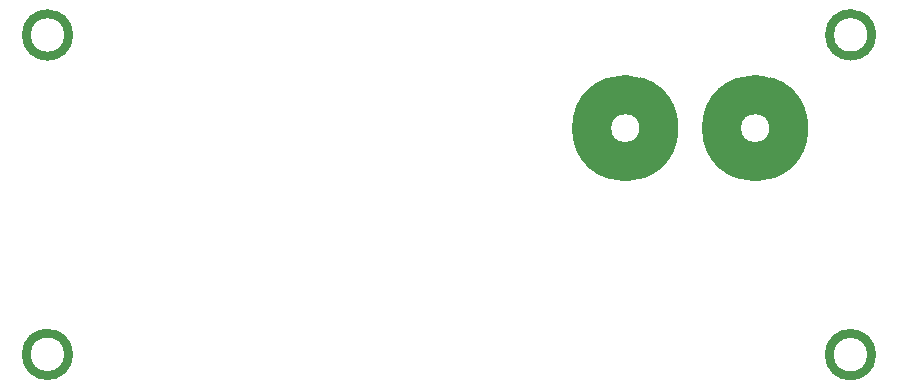
<source format=gbs>
G04 #@! TF.GenerationSoftware,KiCad,Pcbnew,(2017-06-07 revision 51bed4bae)-makepkg*
G04 #@! TF.CreationDate,2017-06-10T23:55:19+02:00*
G04 #@! TF.ProjectId,Rear_Panel_76x35,526561725F50616E656C5F3736783335,rev?*
G04 #@! TF.FileFunction,Soldermask,Bot*
G04 #@! TF.FilePolarity,Negative*
%FSLAX46Y46*%
G04 Gerber Fmt 4.6, Leading zero omitted, Abs format (unit mm)*
G04 Created by KiCad (PCBNEW (2017-06-07 revision 51bed4bae)-makepkg) date 06/10/17 23:55:19*
%MOMM*%
%LPD*%
G01*
G04 APERTURE LIST*
%ADD10C,0.150000*%
%ADD11C,0.800000*%
%ADD12C,3.000000*%
%ADD13C,0.700000*%
%ADD14C,1.350000*%
G04 APERTURE END LIST*
D10*
D11*
X73735299Y-4023371D02*
G75*
G03X73735299Y-4023371I-1800000J0D01*
G01*
X73715299Y-31103371D02*
G75*
G03X73715299Y-31103371I-1800000J0D01*
G01*
X5725299Y-31073371D02*
G75*
G03X5725299Y-31073371I-1800000J0D01*
G01*
X5735299Y-4033371D02*
G75*
G03X5735299Y-4033371I-1800000J0D01*
G01*
D12*
X55510000Y-11920000D02*
G75*
G03X55510000Y-11920000I-2660000J0D01*
G01*
D13*
X55780000Y-10080000D02*
X55780000Y-13770000D01*
D14*
X56680000Y-11920000D02*
G75*
G03X56680000Y-11920000I-3830000J0D01*
G01*
X67680000Y-11920000D02*
G75*
G03X67680000Y-11920000I-3830000J0D01*
G01*
D13*
X66780000Y-10080000D02*
X66780000Y-13770000D01*
D12*
X66510000Y-11920000D02*
G75*
G03X66510000Y-11920000I-2660000J0D01*
G01*
M02*

</source>
